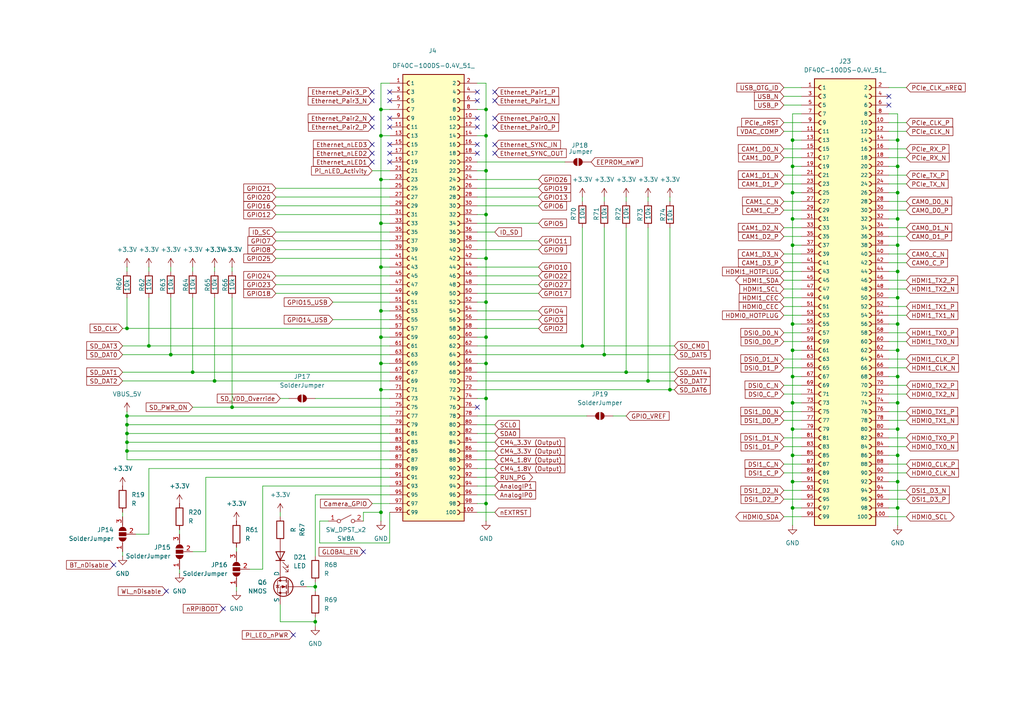
<source format=kicad_sch>
(kicad_sch (version 20250114) (generator "eeschema") (generator_version "9.0")
  (paper "A4")
  (junction (at 229.87 101.6))
  (junction (at 229.87 55.88))
  (junction (at 36.83 125.73))
  (junction (at 229.87 48.26))
  (junction (at 229.87 147.32))
  (junction (at 110.49 90.17))
  (junction (at 140.97 31.75))
  (junction (at 110.49 148.59))
  (junction (at 260.35 63.5))
  (junction (at 36.83 123.19))
  (junction (at 140.97 62.23))
  (junction (at 260.35 139.7))
  (junction (at 260.35 71.12))
  (junction (at 110.49 39.37))
  (junction (at 140.97 97.79))
  (junction (at 229.87 71.12))
  (junction (at 110.49 64.77))
  (junction (at 181.61 107.95))
  (junction (at 229.87 109.22))
  (junction (at 229.87 124.46))
  (junction (at 110.49 113.03))
  (junction (at 36.83 130.81))
  (junction (at 260.35 132.08))
  (junction (at 140.97 146.05))
  (junction (at 62.23 110.49))
  (junction (at 260.35 109.22))
  (junction (at 229.87 40.64))
  (junction (at 91.44 170.18))
  (junction (at 260.35 93.98))
  (junction (at 260.35 116.84))
  (junction (at 260.35 101.6))
  (junction (at 110.49 31.75))
  (junction (at 67.31 118.11))
  (junction (at 260.35 55.88))
  (junction (at 260.35 78.74))
  (junction (at 91.44 180.34))
  (junction (at 55.88 107.95))
  (junction (at 140.97 49.53))
  (junction (at 187.96 110.49))
  (junction (at 229.87 139.7))
  (junction (at 110.49 77.47))
  (junction (at 110.49 97.79))
  (junction (at 229.87 116.84))
  (junction (at 140.97 74.93))
  (junction (at 260.35 124.46))
  (junction (at 43.18 100.33))
  (junction (at 260.35 48.26))
  (junction (at 110.49 52.07))
  (junction (at 140.97 105.41))
  (junction (at 36.83 95.25))
  (junction (at 229.87 63.5))
  (junction (at 260.35 40.64))
  (junction (at 36.83 128.27))
  (junction (at 49.53 102.87))
  (junction (at 36.83 120.65))
  (junction (at 194.31 113.03))
  (junction (at 140.97 115.57))
  (junction (at 110.49 105.41))
  (junction (at 260.35 86.36))
  (junction (at 229.87 93.98))
  (junction (at 260.35 147.32))
  (junction (at 140.97 39.37))
  (junction (at 229.87 132.08))
  (junction (at 175.26 102.87))
  (junction (at 140.97 87.63))
  (junction (at 168.91 100.33))
  (no_connect (at 257.81 30.48))
  (no_connect (at 107.95 34.29))
  (no_connect (at 143.51 36.83))
  (no_connect (at 113.03 26.67))
  (no_connect (at 107.95 46.99))
  (no_connect (at 143.51 34.29))
  (no_connect (at 107.95 41.91))
  (no_connect (at 143.51 26.67))
  (no_connect (at 138.43 41.91))
  (no_connect (at 33.02 163.83))
  (no_connect (at 143.51 44.45))
  (no_connect (at 143.51 29.21))
  (no_connect (at 113.03 29.21))
  (no_connect (at 113.03 34.29))
  (no_connect (at 107.95 36.83))
  (no_connect (at 107.95 29.21))
  (no_connect (at 138.43 36.83))
  (no_connect (at 138.43 44.45))
  (no_connect (at 107.95 44.45))
  (no_connect (at 105.41 160.02))
  (no_connect (at 138.43 34.29))
  (no_connect (at 138.43 29.21))
  (no_connect (at 48.26 171.45))
  (no_connect (at 113.03 44.45))
  (no_connect (at 113.03 46.99))
  (no_connect (at 257.81 27.94))
  (no_connect (at 64.77 176.53))
  (no_connect (at 143.51 41.91))
  (no_connect (at 85.09 184.15))
  (no_connect (at 107.95 26.67))
  (no_connect (at 138.43 118.11))
  (no_connect (at 113.03 36.83))
  (no_connect (at 138.43 26.67))
  (no_connect (at 113.03 41.91))
  (wire (pts (xy 138.43 69.85) (xy 156.21 69.85)))
  (wire (pts (xy 229.87 48.26) (xy 232.41 48.26)))
  (wire (pts (xy 113.03 138.43) (xy 59.69 138.43)))
  (wire (pts (xy 175.26 66.04) (xy 175.26 102.87)))
  (wire (pts (xy 227.33 142.24) (xy 232.41 142.24)))
  (wire (pts (xy 35.56 110.49) (xy 62.23 110.49)))
  (wire (pts (xy 227.33 129.54) (xy 232.41 129.54)))
  (wire (pts (xy 35.56 160.02) (xy 35.56 161.29)))
  (wire (pts (xy 49.53 102.87) (xy 113.03 102.87)))
  (wire (pts (xy 156.21 57.15) (xy 138.43 57.15)))
  (wire (pts (xy 36.83 130.81) (xy 36.83 133.35)))
  (wire (pts (xy 262.89 96.52) (xy 257.81 96.52)))
  (wire (pts (xy 110.49 52.07) (xy 113.03 52.07)))
  (wire (pts (xy 257.81 109.22) (xy 260.35 109.22)))
  (wire (pts (xy 168.91 66.04) (xy 168.91 100.33)))
  (wire (pts (xy 110.49 24.13) (xy 113.03 24.13)))
  (wire (pts (xy 260.35 33.02) (xy 260.35 40.64)))
  (wire (pts (xy 138.43 146.05) (xy 140.97 146.05)))
  (wire (pts (xy 262.89 83.82) (xy 257.81 83.82)))
  (wire (pts (xy 227.33 50.8) (xy 232.41 50.8)))
  (wire (pts (xy 257.81 101.6) (xy 260.35 101.6)))
  (wire (pts (xy 227.33 45.72) (xy 232.41 45.72)))
  (wire (pts (xy 262.89 111.76) (xy 257.81 111.76)))
  (wire (pts (xy 260.35 101.6) (xy 260.35 109.22)))
  (wire (pts (xy 110.49 64.77) (xy 113.03 64.77)))
  (wire (pts (xy 91.44 180.34) (xy 91.44 181.61)))
  (wire (pts (xy 260.35 116.84) (xy 260.35 124.46)))
  (wire (pts (xy 262.89 91.44) (xy 257.81 91.44)))
  (wire (pts (xy 257.81 116.84) (xy 260.35 116.84)))
  (wire (pts (xy 227.33 60.96) (xy 232.41 60.96)))
  (wire (pts (xy 257.81 33.02) (xy 260.35 33.02)))
  (wire (pts (xy 257.81 86.36) (xy 260.35 86.36)))
  (wire (pts (xy 143.51 148.59) (xy 138.43 148.59)))
  (wire (pts (xy 138.43 24.13) (xy 140.97 24.13)))
  (wire (pts (xy 68.58 158.75) (xy 68.58 160.02)))
  (wire (pts (xy 138.43 62.23) (xy 140.97 62.23)))
  (wire (pts (xy 143.51 67.31) (xy 138.43 67.31)))
  (wire (pts (xy 227.33 73.66) (xy 232.41 73.66)))
  (wire (pts (xy 138.43 140.97) (xy 143.51 140.97)))
  (wire (pts (xy 175.26 102.87) (xy 195.58 102.87)))
  (wire (pts (xy 156.21 59.69) (xy 138.43 59.69)))
  (wire (pts (xy 262.89 43.18) (xy 257.81 43.18)))
  (wire (pts (xy 91.44 115.57) (xy 113.03 115.57)))
  (wire (pts (xy 138.43 102.87) (xy 175.26 102.87)))
  (wire (pts (xy 181.61 66.04) (xy 181.61 107.95)))
  (wire (pts (xy 187.96 57.15) (xy 187.96 58.42)))
  (wire (pts (xy 43.18 86.36) (xy 43.18 100.33)))
  (wire (pts (xy 36.83 123.19) (xy 113.03 123.19)))
  (wire (pts (xy 96.52 87.63) (xy 113.03 87.63)))
  (wire (pts (xy 260.35 86.36) (xy 260.35 78.74)))
  (wire (pts (xy 138.43 100.33) (xy 168.91 100.33)))
  (wire (pts (xy 262.89 68.58) (xy 257.81 68.58)))
  (wire (pts (xy 138.43 105.41) (xy 140.97 105.41)))
  (wire (pts (xy 43.18 77.47) (xy 43.18 78.74)))
  (wire (pts (xy 107.95 49.53) (xy 113.03 49.53)))
  (wire (pts (xy 110.49 105.41) (xy 110.49 113.03)))
  (wire (pts (xy 140.97 62.23) (xy 140.97 74.93)))
  (wire (pts (xy 138.43 107.95) (xy 181.61 107.95)))
  (wire (pts (xy 138.43 77.47) (xy 156.21 77.47)))
  (wire (pts (xy 257.81 93.98) (xy 260.35 93.98)))
  (wire (pts (xy 36.83 119.38) (xy 36.83 120.65)))
  (wire (pts (xy 138.43 82.55) (xy 156.21 82.55)))
  (wire (pts (xy 227.33 88.9) (xy 232.41 88.9)))
  (wire (pts (xy 143.51 130.81) (xy 138.43 130.81)))
  (wire (pts (xy 138.43 39.37) (xy 140.97 39.37)))
  (wire (pts (xy 168.91 100.33) (xy 195.58 100.33)))
  (wire (pts (xy 43.18 135.89) (xy 43.18 154.94)))
  (wire (pts (xy 91.44 179.07) (xy 91.44 180.34)))
  (wire (pts (xy 262.89 129.54) (xy 257.81 129.54)))
  (wire (pts (xy 62.23 77.47) (xy 62.23 78.74)))
  (wire (pts (xy 229.87 147.32) (xy 229.87 152.4)))
  (wire (pts (xy 140.97 87.63) (xy 140.97 97.79)))
  (wire (pts (xy 55.88 118.11) (xy 67.31 118.11)))
  (wire (pts (xy 229.87 147.32) (xy 232.41 147.32)))
  (wire (pts (xy 262.89 119.38) (xy 257.81 119.38)))
  (wire (pts (xy 36.83 123.19) (xy 36.83 125.73)))
  (wire (pts (xy 138.43 80.01) (xy 156.21 80.01)))
  (wire (pts (xy 81.28 180.34) (xy 91.44 180.34)))
  (wire (pts (xy 49.53 86.36) (xy 49.53 102.87)))
  (wire (pts (xy 36.83 125.73) (xy 113.03 125.73)))
  (wire (pts (xy 143.51 143.51) (xy 138.43 143.51)))
  (wire (pts (xy 262.89 104.14) (xy 257.81 104.14)))
  (wire (pts (xy 80.01 54.61) (xy 113.03 54.61)))
  (wire (pts (xy 229.87 124.46) (xy 229.87 132.08)))
  (wire (pts (xy 110.49 90.17) (xy 110.49 97.79)))
  (wire (pts (xy 257.81 48.26) (xy 260.35 48.26)))
  (wire (pts (xy 43.18 135.89) (xy 113.03 135.89)))
  (wire (pts (xy 262.89 99.06) (xy 257.81 99.06)))
  (wire (pts (xy 262.89 73.66) (xy 257.81 73.66)))
  (wire (pts (xy 229.87 139.7) (xy 229.87 147.32)))
  (wire (pts (xy 62.23 110.49) (xy 113.03 110.49)))
  (wire (pts (xy 80.01 59.69) (xy 113.03 59.69)))
  (wire (pts (xy 138.43 46.99) (xy 163.83 46.99)))
  (wire (pts (xy 138.43 110.49) (xy 187.96 110.49)))
  (wire (pts (xy 229.87 33.02) (xy 232.41 33.02)))
  (wire (pts (xy 260.35 55.88) (xy 260.35 63.5)))
  (wire (pts (xy 257.81 63.5) (xy 260.35 63.5)))
  (wire (pts (xy 194.31 66.04) (xy 194.31 113.03)))
  (wire (pts (xy 80.01 69.85) (xy 113.03 69.85)))
  (wire (pts (xy 140.97 74.93) (xy 140.97 87.63)))
  (wire (pts (xy 92.71 151.13) (xy 95.25 151.13)))
  (wire (pts (xy 138.43 90.17) (xy 156.21 90.17)))
  (wire (pts (xy 88.9 170.18) (xy 91.44 170.18)))
  (wire (pts (xy 257.81 40.64) (xy 260.35 40.64)))
  (wire (pts (xy 260.35 147.32) (xy 260.35 152.4)))
  (wire (pts (xy 229.87 93.98) (xy 229.87 101.6)))
  (wire (pts (xy 229.87 63.5) (xy 232.41 63.5)))
  (wire (pts (xy 229.87 116.84) (xy 229.87 124.46)))
  (wire (pts (xy 262.89 35.56) (xy 257.81 35.56)))
  (wire (pts (xy 138.43 31.75) (xy 140.97 31.75)))
  (wire (pts (xy 194.31 113.03) (xy 195.58 113.03)))
  (wire (pts (xy 35.56 107.95) (xy 55.88 107.95)))
  (wire (pts (xy 262.89 121.92) (xy 257.81 121.92)))
  (wire (pts (xy 227.33 106.68) (xy 232.41 106.68)))
  (wire (pts (xy 262.89 25.4) (xy 257.81 25.4)))
  (wire (pts (xy 138.43 113.03) (xy 194.31 113.03)))
  (wire (pts (xy 227.33 91.44) (xy 232.41 91.44)))
  (wire (pts (xy 110.49 77.47) (xy 110.49 90.17)))
  (wire (pts (xy 229.87 55.88) (xy 229.87 63.5)))
  (wire (pts (xy 227.33 114.3) (xy 232.41 114.3)))
  (wire (pts (xy 138.43 87.63) (xy 140.97 87.63)))
  (wire (pts (xy 260.35 71.12) (xy 260.35 78.74)))
  (wire (pts (xy 262.89 60.96) (xy 257.81 60.96)))
  (wire (pts (xy 138.43 97.79) (xy 140.97 97.79)))
  (wire (pts (xy 262.89 149.86) (xy 257.81 149.86)))
  (wire (pts (xy 49.53 77.47) (xy 49.53 78.74)))
  (wire (pts (xy 140.97 31.75) (xy 140.97 39.37)))
  (wire (pts (xy 227.33 53.34) (xy 232.41 53.34)))
  (wire (pts (xy 43.18 100.33) (xy 113.03 100.33)))
  (wire (pts (xy 140.97 49.53) (xy 140.97 62.23)))
  (wire (pts (xy 257.81 124.46) (xy 260.35 124.46)))
  (wire (pts (xy 138.43 120.65) (xy 170.18 120.65)))
  (wire (pts (xy 187.96 110.49) (xy 195.58 110.49)))
  (wire (pts (xy 257.81 147.32) (xy 260.35 147.32)))
  (wire (pts (xy 36.83 128.27) (xy 36.83 130.81)))
  (wire (pts (xy 36.83 95.25) (xy 113.03 95.25)))
  (wire (pts (xy 229.87 109.22) (xy 232.41 109.22)))
  (wire (pts (xy 227.33 43.18) (xy 232.41 43.18)))
  (wire (pts (xy 262.89 134.62) (xy 257.81 134.62)))
  (wire (pts (xy 260.35 109.22) (xy 260.35 116.84)))
  (wire (pts (xy 229.87 101.6) (xy 232.41 101.6)))
  (wire (pts (xy 80.01 57.15) (xy 113.03 57.15)))
  (wire (pts (xy 257.81 139.7) (xy 260.35 139.7)))
  (wire (pts (xy 227.33 137.16) (xy 232.41 137.16)))
  (wire (pts (xy 227.33 27.94) (xy 232.41 27.94)))
  (wire (pts (xy 262.89 114.3) (xy 257.81 114.3)))
  (wire (pts (xy 229.87 139.7) (xy 232.41 139.7)))
  (wire (pts (xy 262.89 45.72) (xy 257.81 45.72)))
  (wire (pts (xy 262.89 81.28) (xy 257.81 81.28)))
  (wire (pts (xy 260.35 86.36) (xy 260.35 93.98)))
  (wire (pts (xy 260.35 48.26) (xy 260.35 55.88)))
  (wire (pts (xy 52.07 165.1) (xy 52.07 166.37)))
  (wire (pts (xy 257.81 55.88) (xy 260.35 55.88)))
  (wire (pts (xy 110.49 31.75) (xy 110.49 39.37)))
  (wire (pts (xy 36.83 133.35) (xy 113.03 133.35)))
  (wire (pts (xy 156.21 54.61) (xy 138.43 54.61)))
  (wire (pts (xy 67.31 86.36) (xy 67.31 118.11)))
  (wire (pts (xy 229.87 40.64) (xy 232.41 40.64)))
  (wire (pts (xy 227.33 121.92) (xy 232.41 121.92)))
  (wire (pts (xy 229.87 40.64) (xy 229.87 48.26)))
  (wire (pts (xy 227.33 76.2) (xy 232.41 76.2)))
  (wire (pts (xy 138.43 74.93) (xy 140.97 74.93)))
  (wire (pts (xy 72.39 165.1) (xy 76.2 165.1)))
  (wire (pts (xy 81.28 115.57) (xy 83.82 115.57)))
  (wire (pts (xy 138.43 135.89) (xy 143.51 135.89)))
  (wire (pts (xy 175.26 57.15) (xy 175.26 58.42)))
  (wire (pts (xy 80.01 62.23) (xy 113.03 62.23)))
  (wire (pts (xy 80.01 82.55) (xy 113.03 82.55)))
  (wire (pts (xy 260.35 63.5) (xy 260.35 71.12)))
  (wire (pts (xy 227.33 96.52) (xy 232.41 96.52)))
  (wire (pts (xy 227.33 144.78) (xy 232.41 144.78)))
  (wire (pts (xy 143.51 123.19) (xy 138.43 123.19)))
  (wire (pts (xy 140.97 105.41) (xy 140.97 115.57)))
  (wire (pts (xy 81.28 148.59) (xy 81.28 149.86)))
  (wire (pts (xy 35.56 100.33) (xy 43.18 100.33)))
  (wire (pts (xy 260.35 124.46) (xy 260.35 132.08)))
  (wire (pts (xy 260.35 40.64) (xy 260.35 48.26)))
  (wire (pts (xy 107.95 146.05) (xy 113.03 146.05)))
  (wire (pts (xy 55.88 86.36) (xy 55.88 107.95)))
  (wire (pts (xy 260.35 139.7) (xy 260.35 147.32)))
  (wire (pts (xy 229.87 93.98) (xy 232.41 93.98)))
  (wire (pts (xy 143.51 128.27) (xy 138.43 128.27)))
  (wire (pts (xy 113.03 140.97) (xy 76.2 140.97)))
  (wire (pts (xy 262.89 38.1) (xy 257.81 38.1)))
  (wire (pts (xy 260.35 93.98) (xy 260.35 101.6)))
  (wire (pts (xy 140.97 97.79) (xy 140.97 105.41)))
  (wire (pts (xy 80.01 67.31) (xy 113.03 67.31)))
  (wire (pts (xy 35.56 95.25) (xy 36.83 95.25)))
  (wire (pts (xy 92.71 157.48) (xy 92.71 151.13)))
  (wire (pts (xy 110.49 97.79) (xy 110.49 105.41)))
  (wire (pts (xy 35.56 102.87) (xy 49.53 102.87)))
  (wire (pts (xy 105.41 148.59) (xy 110.49 148.59)))
  (wire (pts (xy 138.43 49.53) (xy 140.97 49.53)))
  (wire (pts (xy 36.83 77.47) (xy 36.83 78.74)))
  (wire (pts (xy 257.81 71.12) (xy 260.35 71.12)))
  (wire (pts (xy 36.83 128.27) (xy 113.03 128.27)))
  (wire (pts (xy 110.49 64.77) (xy 110.49 77.47)))
  (wire (pts (xy 140.97 115.57) (xy 140.97 146.05)))
  (wire (pts (xy 110.49 97.79) (xy 113.03 97.79)))
  (wire (pts (xy 229.87 33.02) (xy 229.87 40.64)))
  (wire (pts (xy 229.87 101.6) (xy 229.87 109.22)))
  (wire (pts (xy 227.33 68.58) (xy 232.41 68.58)))
  (wire (pts (xy 229.87 124.46) (xy 232.41 124.46)))
  (wire (pts (xy 110.49 113.03) (xy 113.03 113.03)))
  (wire (pts (xy 36.83 86.36) (xy 36.83 95.25)))
  (wire (pts (xy 229.87 55.88) (xy 232.41 55.88)))
  (wire (pts (xy 36.83 130.81) (xy 113.03 130.81)))
  (wire (pts (xy 227.33 58.42) (xy 232.41 58.42)))
  (wire (pts (xy 187.96 66.04) (xy 187.96 110.49)))
  (wire (pts (xy 227.33 86.36) (xy 232.41 86.36)))
  (wire (pts (xy 91.44 143.51) (xy 113.03 143.51)))
  (wire (pts (xy 91.44 143.51) (xy 91.44 161.29)))
  (wire (pts (xy 194.31 57.15) (xy 194.31 58.42)))
  (wire (pts (xy 91.44 168.91) (xy 91.44 170.18)))
  (wire (pts (xy 227.33 78.74) (xy 232.41 78.74)))
  (wire (pts (xy 262.89 50.8) (xy 257.81 50.8)))
  (wire (pts (xy 262.89 106.68) (xy 257.81 106.68)))
  (wire (pts (xy 138.43 95.25) (xy 156.21 95.25)))
  (wire (pts (xy 52.07 153.67) (xy 52.07 154.94)))
  (wire (pts (xy 36.83 125.73) (xy 36.83 128.27)))
  (wire (pts (xy 227.33 66.04) (xy 232.41 66.04)))
  (wire (pts (xy 227.33 35.56) (xy 232.41 35.56)))
  (wire (pts (xy 262.89 76.2) (xy 257.81 76.2)))
  (wire (pts (xy 35.56 148.59) (xy 35.56 149.86)))
  (wire (pts (xy 67.31 118.11) (xy 113.03 118.11)))
  (wire (pts (xy 262.89 88.9) (xy 257.81 88.9)))
  (wire (pts (xy 36.83 120.65) (xy 36.83 123.19)))
  (wire (pts (xy 80.01 72.39) (xy 113.03 72.39)))
  (wire (pts (xy 156.21 52.07) (xy 138.43 52.07)))
  (wire (pts (xy 59.69 138.43) (xy 59.69 160.02)))
  (wire (pts (xy 80.01 74.93) (xy 113.03 74.93)))
  (wire (pts (xy 227.33 99.06) (xy 232.41 99.06)))
  (wire (pts (xy 227.33 81.28) (xy 232.41 81.28)))
  (wire (pts (xy 140.97 146.05) (xy 140.97 151.13)))
  (wire (pts (xy 55.88 77.47) (xy 55.88 78.74)))
  (wire (pts (xy 257.81 132.08) (xy 260.35 132.08)))
  (wire (pts (xy 110.49 31.75) (xy 113.03 31.75)))
  (wire (pts (xy 138.43 115.57) (xy 140.97 115.57)))
  (wire (pts (xy 76.2 140.97) (xy 76.2 165.1)))
  (wire (pts (xy 62.23 86.36) (xy 62.23 110.49)))
  (wire (pts (xy 262.89 137.16) (xy 257.81 137.16)))
  (wire (pts (xy 227.33 38.1) (xy 232.41 38.1)))
  (wire (pts (xy 262.89 66.04) (xy 257.81 66.04)))
  (wire (pts (xy 229.87 71.12) (xy 232.41 71.12)))
  (wire (pts (xy 80.01 85.09) (xy 113.03 85.09)))
  (wire (pts (xy 39.37 154.94) (xy 43.18 154.94)))
  (wire (pts (xy 105.41 151.13) (xy 105.41 148.59)))
  (wire (pts (xy 110.49 24.13) (xy 110.49 31.75)))
  (wire (pts (xy 262.89 127) (xy 257.81 127)))
  (wire (pts (xy 229.87 71.12) (xy 229.87 93.98)))
  (wire (pts (xy 229.87 109.22) (xy 229.87 116.84)))
  (wire (pts (xy 143.51 133.35) (xy 138.43 133.35)))
  (wire (pts (xy 181.61 107.95) (xy 195.58 107.95)))
  (wire (pts (xy 55.88 107.95) (xy 113.03 107.95)))
  (wire (pts (xy 138.43 72.39) (xy 156.21 72.39)))
  (wire (pts (xy 138.43 138.43) (xy 143.51 138.43)))
  (wire (pts (xy 177.8 120.65) (xy 181.61 120.65)))
  (wire (pts (xy 229.87 132.08) (xy 229.87 139.7)))
  (wire (pts (xy 229.87 116.84) (xy 232.41 116.84)))
  (wire (pts (xy 140.97 39.37) (xy 140.97 49.53)))
  (wire (pts (xy 68.58 170.18) (xy 68.58 171.45)))
  (wire (pts (xy 227.33 134.62) (xy 232.41 134.62)))
  (wire (pts (xy 227.33 119.38) (xy 232.41 119.38)))
  (wire (pts (xy 113.03 157.48) (xy 92.71 157.48)))
  (wire (pts (xy 81.28 175.26) (xy 81.28 180.34)))
  (wire (pts (xy 227.33 30.48) (xy 232.41 30.48)))
  (wire (pts (xy 227.33 25.4) (xy 232.41 25.4)))
  (wire (pts (xy 227.33 104.14) (xy 232.41 104.14)))
  (wire (pts (xy 260.35 132.08) (xy 260.35 139.7)))
  (wire (pts (xy 110.49 77.47) (xy 113.03 77.47)))
  (wire (pts (xy 55.88 160.02) (xy 59.69 160.02)))
  (wire (pts (xy 80.01 80.01) (xy 113.03 80.01)))
  (wire (pts (xy 110.49 52.07) (xy 110.49 64.77)))
  (wire (pts (xy 110.49 90.17) (xy 113.03 90.17)))
  (wire (pts (xy 262.89 53.34) (xy 257.81 53.34)))
  (wire (pts (xy 143.51 125.73) (xy 138.43 125.73)))
  (wire (pts (xy 138.43 92.71) (xy 156.21 92.71)))
  (wire (pts (xy 110.49 39.37) (xy 110.49 52.07)))
  (wire (pts (xy 262.89 58.42) (xy 257.81 58.42)))
  (wire (pts (xy 168.91 57.15) (xy 168.91 58.42)))
  (wire (pts (xy 36.83 120.65) (xy 113.03 120.65)))
  (wire (pts (xy 229.87 132.08) (xy 232.41 132.08)))
  (wire (pts (xy 156.21 64.77) (xy 138.43 64.77)))
  (wire (pts (xy 96.52 92.71) (xy 113.03 92.71)))
  (wire (pts (xy 262.89 142.24) (xy 257.81 142.24)))
  (wire (pts (xy 91.44 170.18) (xy 91.44 171.45)))
  (wire (pts (xy 229.87 48.26) (xy 229.87 55.88)))
  (wire (pts (xy 227.33 149.86) (xy 232.41 149.86)))
  (wire (pts (xy 110.49 105.41) (xy 113.03 105.41)))
  (wire (pts (xy 110.49 39.37) (xy 113.03 39.37)))
  (wire (pts (xy 227.33 83.82) (xy 232.41 83.82)))
  (wire (pts (xy 110.49 148.59) (xy 110.49 151.13)))
  (wire (pts (xy 140.97 24.13) (xy 140.97 31.75)))
  (wire (pts (xy 229.87 63.5) (xy 229.87 71.12)))
  (wire (pts (xy 181.61 57.15) (xy 181.61 58.42)))
  (wire (pts (xy 113.03 148.59) (xy 113.03 157.48)))
  (wire (pts (xy 110.49 113.03) (xy 110.49 148.59)))
  (wire (pts (xy 257.81 78.74) (xy 260.35 78.74)))
  (wire (pts (xy 227.33 127) (xy 232.41 127)))
  (wire (pts (xy 138.43 85.09) (xy 156.21 85.09)))
  (wire (pts (xy 67.31 77.47) (xy 67.31 78.74)))
  (wire (pts (xy 227.33 111.76) (xy 232.41 111.76)))
  (wire (pts (xy 262.89 144.78) (xy 257.81 144.78)))
  (global_label "SD_DAT5" (shape input) (at 195.58 102.87 0) (property "Intersheetrefs" "${INTERSHEET_REFS}" (effects (hide yes))))
  (global_label "PCIe_RX_N" (shape input) (at 262.89 45.72 0) (property "Intersheetrefs" "${INTERSHEET_REFS}" (effects (hide yes))))
  (global_label "SD_DAT7" (shape input) (at 195.58 110.49 0) (property "Intersheetrefs" "${INTERSHEET_REFS}" (effects (hide yes))))
  (global_label "USB_P" (shape input) (at 227.33 30.48 180) (property "Intersheetrefs" "${INTERSHEET_REFS}" (effects (hide yes))))
  (global_label "SD_DAT6" (shape input) (at 195.58 113.03 0) (property "Intersheetrefs" "${INTERSHEET_REFS}" (effects (hide yes))))
  (global_label "Ethernet_Pair1_P" (shape input) (at 143.51 26.67 0) (property "Intersheetrefs" "${INTERSHEET_REFS}" (effects (hide yes))))
  (global_label "ID_SD" (shape input) (at 143.51 67.31 0) (property "Intersheetrefs" "${INTERSHEET_REFS}" (effects (hide yes))))
  (global_label "Ethernet_Pair3_N" (shape input) (at 107.95 29.21 180) (property "Intersheetrefs" "${INTERSHEET_REFS}" (effects (hide yes))))
  (global_label "SD_DAT1" (shape input) (at 35.56 107.95 180) (property "Intersheetrefs" "${INTERSHEET_REFS}" (effects (hide yes))))
  (global_label "nEXTRST" (shape input) (at 143.51 148.59 0) (property "Intersheetrefs" "${INTERSHEET_REFS}" (effects (hide yes))))
  (global_label "CAM1_D0_N" (shape input) (at 227.33 43.18 180) (property "Intersheetrefs" "${INTERSHEET_REFS}" (effects (hide yes))))
  (global_label "CAM0_C_P" (shape input) (at 262.89 76.2 0) (property "Intersheetrefs" "${INTERSHEET_REFS}" (effects (hide yes))))
  (global_label "CM4_3.3V (Output)" (shape input) (at 143.51 130.81 0) (property "Intersheetrefs" "${INTERSHEET_REFS}" (effects (hide yes))))
  (global_label "CAM1_D3_P" (shape input) (at 227.33 76.2 180) (property "Intersheetrefs" "${INTERSHEET_REFS}" (effects (hide yes))))
  (global_label "GPIO10" (shape input) (at 156.21 77.47 0) (property "Intersheetrefs" "${INTERSHEET_REFS}" (effects (hide yes))))
  (global_label "GPIO15_USB" (shape input) (at 96.52 87.63 180) (property "Intersheetrefs" "${INTERSHEET_REFS}" (effects (hide yes))))
  (global_label "HDMI1_CLK_N" (shape input) (at 262.89 106.68 0) (property "Intersheetrefs" "${INTERSHEET_REFS}" (effects (hide yes))))
  (global_label "GPIO26" (shape input) (at 156.21 52.07 0) (property "Intersheetrefs" "${INTERSHEET_REFS}" (effects (hide yes))))
  (global_label "GPIO17" (shape input) (at 156.21 85.09 0) (property "Intersheetrefs" "${INTERSHEET_REFS}" (effects (hide yes))))
  (global_label "USB_OTG_ID" (shape input) (at 227.33 25.4 180) (property "Intersheetrefs" "${INTERSHEET_REFS}" (effects (hide yes))))
  (global_label "HDMI1_SDA" (shape bidirectional) (at 227.33 81.28 180) (property "Intersheetrefs" "${INTERSHEET_REFS}" (effects (hide yes))))
  (global_label "DSI1_D1_P" (shape input) (at 227.33 129.54 180) (property "Intersheetrefs" "${INTERSHEET_REFS}" (effects (hide yes))))
  (global_label "DSI1_D3_N" (shape input) (at 262.89 142.24 0) (property "Intersheetrefs" "${INTERSHEET_REFS}" (effects (hide yes))))
  (global_label "GPIO21" (shape input) (at 80.01 54.61 180) (property "Intersheetrefs" "${INTERSHEET_REFS}" (effects (hide yes))))
  (global_label "GPIO16" (shape input) (at 80.01 59.69 180) (property "Intersheetrefs" "${INTERSHEET_REFS}" (effects (hide yes))))
  (global_label "HDMI0_SDA" (shape bidirectional) (at 227.33 149.86 180) (property "Intersheetrefs" "${INTERSHEET_REFS}" (effects (hide yes))))
  (global_label "GPIO5" (shape input) (at 156.21 64.77 0) (property "Intersheetrefs" "${INTERSHEET_REFS}" (effects (hide yes))))
  (global_label "GPIO6" (shape input) (at 156.21 59.69 0) (property "Intersheetrefs" "${INTERSHEET_REFS}" (effects (hide yes))))
  (global_label "CAM0_D1_P" (shape input) (at 262.89 68.58 0) (property "Intersheetrefs" "${INTERSHEET_REFS}" (effects (hide yes))))
  (global_label "CAM1_C_P" (shape input) (at 227.33 60.96 180) (property "Intersheetrefs" "${INTERSHEET_REFS}" (effects (hide yes))))
  (global_label "HDMI1_TX1_P" (shape input) (at 262.89 88.9 0) (property "Intersheetrefs" "${INTERSHEET_REFS}" (effects (hide yes))))
  (global_label "HDMI1_TX2_N" (shape input) (at 262.89 83.82 0) (property "Intersheetrefs" "${INTERSHEET_REFS}" (effects (hide yes))))
  (global_label "HDMI0_HOTPLUG" (shape input) (at 227.33 91.44 180) (property "Intersheetrefs" "${INTERSHEET_REFS}" (effects (hide yes))))
  (global_label "SD_DAT3" (shape input) (at 35.56 100.33 180) (property "Intersheetrefs" "${INTERSHEET_REFS}" (effects (hide yes))))
  (global_label "HDMI1_CLK_P" (shape input) (at 262.89 104.14 0) (property "Intersheetrefs" "${INTERSHEET_REFS}" (effects (hide yes))))
  (global_label "WL_nDisable" (shape input) (at 48.26 171.45 180) (property "Intersheetrefs" "${INTERSHEET_REFS}" (effects (hide yes))))
  (global_label "RUN_PG" (shape bidirectional) (at 143.51 138.43 0) (property "Intersheetrefs" "${INTERSHEET_REFS}" (effects (hide yes))))
  (global_label "PCIe_CLK_nREQ" (shape input) (at 262.89 25.4 0) (property "Intersheetrefs" "${INTERSHEET_REFS}" (effects (hide yes))))
  (global_label "Ethernet_Pair2_N" (shape input) (at 107.95 34.29 180) (property "Intersheetrefs" "${INTERSHEET_REFS}" (effects (hide yes))))
  (global_label "Ethernet_Pair0_N" (shape input) (at 143.51 34.29 0) (property "Intersheetrefs" "${INTERSHEET_REFS}" (effects (hide yes))))
  (global_label "GPIO24" (shape input) (at 80.01 80.01 180) (property "Intersheetrefs" "${INTERSHEET_REFS}" (effects (hide yes))))
  (global_label "PCIe_TX_N" (shape input) (at 262.89 53.34 0) (property "Intersheetrefs" "${INTERSHEET_REFS}" (effects (hide yes))))
  (global_label "Ethernet_SYNC_IN" (shape input) (at 143.51 41.91 0) (property "Intersheetrefs" "${INTERSHEET_REFS}" (effects (hide yes))))
  (global_label "GPIO19" (shape input) (at 156.21 54.61 0) (property "Intersheetrefs" "${INTERSHEET_REFS}" (effects (hide yes))))
  (global_label "Camera_GPIO" (shape input) (at 107.95 146.05 180) (property "Intersheetrefs" "${INTERSHEET_REFS}" (effects (hide yes))))
  (global_label "AnalogIP0" (shape input) (at 143.51 143.51 0) (property "Intersheetrefs" "${INTERSHEET_REFS}" (effects (hide yes))))
  (global_label "SD_VDD_Override" (shape input) (at 81.28 115.57 180) (property "Intersheetrefs" "${INTERSHEET_REFS}" (effects (hide yes))))
  (global_label "CAM1_D2_P" (shape input) (at 227.33 68.58 180) (property "Intersheetrefs" "${INTERSHEET_REFS}" (effects (hide yes))))
  (global_label "AnalogIP1" (shape input) (at 143.51 140.97 0) (property "Intersheetrefs" "${INTERSHEET_REFS}" (effects (hide yes))))
  (global_label "CAM0_D0_N" (shape input) (at 262.89 58.42 0) (property "Intersheetrefs" "${INTERSHEET_REFS}" (effects (hide yes))))
  (global_label "GPIO14_USB" (shape input) (at 96.52 92.71 180) (property "Intersheetrefs" "${INTERSHEET_REFS}" (effects (hide yes))))
  (global_label "HDMI0_TX1_N" (shape input) (at 262.89 121.92 0) (property "Intersheetrefs" "${INTERSHEET_REFS}" (effects (hide yes))))
  (global_label "GPIO11" (shape input) (at 156.21 69.85 0) (property "Intersheetrefs" "${INTERSHEET_REFS}" (effects (hide yes))))
  (global_label "Ethernet_Pair0_P" (shape input) (at 143.51 36.83 0) (property "Intersheetrefs" "${INTERSHEET_REFS}" (effects (hide yes))))
  (global_label "GLOBAL_EN" (shape input) (at 105.41 160.02 180) (property "Intersheetrefs" "${INTERSHEET_REFS}" (effects (hide yes))))
  (global_label "DSI1_C_P" (shape input) (at 227.33 137.16 180) (property "Intersheetrefs" "${INTERSHEET_REFS}" (effects (hide yes))))
  (global_label "GPIO12" (shape input) (at 80.01 62.23 180) (property "Intersheetrefs" "${INTERSHEET_REFS}" (effects (hide yes))))
  (global_label "HDMI0_CLK_P" (shape input) (at 262.89 134.62 0) (property "Intersheetrefs" "${INTERSHEET_REFS}" (effects (hide yes))))
  (global_label "DSI0_D1_N" (shape input) (at 227.33 104.14 180) (property "Intersheetrefs" "${INTERSHEET_REFS}" (effects (hide yes))))
  (global_label "PCIe_TX_P" (shape input) (at 262.89 50.8 0) (property "Intersheetrefs" "${INTERSHEET_REFS}" (effects (hide yes))))
  (global_label "HDMI1_TX2_P" (shape input) (at 262.89 81.28 0) (property "Intersheetrefs" "${INTERSHEET_REFS}" (effects (hide yes))))
  (global_label "HDMI0_CEC" (shape input) (at 227.33 88.9 180) (property "Intersheetrefs" "${INTERSHEET_REFS}" (effects (hide yes))))
  (global_label "DSI1_D2_P" (shape input) (at 227.33 144.78 180) (property "Intersheetrefs" "${INTERSHEET_REFS}" (effects (hide yes))))
  (global_label "CAM1_D1_N" (shape input) (at 227.33 50.8 180) (property "Intersheetrefs" "${INTERSHEET_REFS}" (effects (hide yes))))
  (global_label "SDA0" (shape input) (at 143.51 125.73 0) (property "Intersheetrefs" "${INTERSHEET_REFS}" (effects (hide yes))))
  (global_label "GPIO_VREF" (shape input) (at 181.61 120.65 0) (property "Intersheetrefs" "${INTERSHEET_REFS}" (effects (hide yes))))
  (global_label "GPIO3" (shape input) (at 156.21 92.71 0) (property "Intersheetrefs" "${INTERSHEET_REFS}" (effects (hide yes))))
  (global_label "GPIO27" (shape input) (at 156.21 82.55 0) (property "Intersheetrefs" "${INTERSHEET_REFS}" (effects (hide yes))))
  (global_label "HDMI1_TX1_N" (shape input) (at 262.89 91.44 0) (property "Intersheetrefs" "${INTERSHEET_REFS}" (effects (hide yes))))
  (global_label "HDMI1_TX0_N" (shape input) (at 262.89 99.06 0) (property "Intersheetrefs" "${INTERSHEET_REFS}" (effects (hide yes))))
  (global_label "SD_CMD" (shape input) (at 195.58 100.33 0) (property "Intersheetrefs" "${INTERSHEET_REFS}" (effects (hide yes))))
  (global_label "PCIe_CLK_N" (shape input) (at 262.89 38.1 0) (property "Intersheetrefs" "${INTERSHEET_REFS}" (effects (hide yes))))
  (global_label "GPIO18" (shape input) (at 80.01 85.09 180) (property "Intersheetrefs" "${INTERSHEET_REFS}" (effects (hide yes))))
  (global_label "GPIO22" (shape input) (at 156.21 80.01 0) (property "Intersheetrefs" "${INTERSHEET_REFS}" (effects (hide yes))))
  (global_label "HDMI1_TX0_P" (shape input) (at 262.89 96.52 0) (property "Intersheetrefs" "${INTERSHEET_REFS}" (effects (hide yes))))
  (global_label "SCL0" (shape input) (at 143.51 123.19 0) (property "Intersheetrefs" "${INTERSHEET_REFS}" (effects (hide yes))))
  (global_label "DSI0_D0_N" (shape input) (at 227.33 96.52 180) (property "Intersheetrefs" "${INTERSHEET_REFS}" (effects (hide yes))))
  (global_label "GPIO9" (shape input) (at 156.21 72.39 0) (property "Intersheetrefs" "${INTERSHEET_REFS}" (effects (hide yes))))
  (global_label "HDMI0_TX2_N" (shape input) (at 262.89 114.3 0) (property "Intersheetrefs" "${INTERSHEET_REFS}" (effects (hide yes))))
  (global_label "SD_DAT2" (shape input) (at 35.56 110.49 180) (property "Intersheetrefs" "${INTERSHEET_REFS}" (effects (hide yes))))
  (global_label "HDMI0_CLK_N" (shape input) (at 262.89 137.16 0) (property "Intersheetrefs" "${INTERSHEET_REFS}" (effects (hide yes))))
  (global_label "CAM0_D1_N" (shape input) (at 262.89 66.04 0) (property "Intersheetrefs" "${INTERSHEET_REFS}" (effects (hide yes))))
  (global_label "HDMI1_CEC" (shape input) (at 227.33 86.36 180) (property "Intersheetrefs" "${INTERSHEET_REFS}" (effects (hide yes))))
  (global_label "GPIO23" (shape input) (at 80.01 82.55 180) (property "Intersheetrefs" "${INTERSHEET_REFS}" (effects (hide yes))))
  (global_label "DSI1_D2_N" (shape input) (at 227.33 142.24 180) (property "Intersheetrefs" "${INTERSHEET_REFS}" (effects (hide yes))))
  (global_label "Ethernet_nLED3" (shape input) (at 107.95 41.91 180) (property "Intersheetrefs" "${INTERSHEET_REFS}" (effects (hide yes))))
  (global_label "GPIO4" (shape input) (at 156.21 90.17 0) (property "Intersheetrefs" "${INTERSHEET_REFS}" (effects (hide yes))))
  (global_label "SD_DAT4" (shape input) (at 195.58 107.95 0) (property "Intersheetrefs" "${INTERSHEET_REFS}" (effects (hide yes))))
  (global_label "SD_CLK" (shape input) (at 35.56 95.25 180) (property "Intersheetrefs" "${INTERSHEET_REFS}" (effects (hide yes))))
  (global_label "CAM1_D0_P" (shape input) (at 227.33 45.72 180) (property "Intersheetrefs" "${INTERSHEET_REFS}" (effects (hide yes))))
  (global_label "HDMI0_TX0_P" (shape input) (at 262.89 127 0) (property "Intersheetrefs" "${INTERSHEET_REFS}" (effects (hide yes))))
  (global_label "GPIO25" (shape input) (at 80.01 74.93 180) (property "Intersheetrefs" "${INTERSHEET_REFS}" (effects (hide yes))))
  (global_label "BT_nDisable" (shape input) (at 33.02 163.83 180) (property "Intersheetrefs" "${INTERSHEET_REFS}" (effects (hide yes))))
  (global_label "DSI1_C_N" (shape input) (at 227.33 134.62 180) (property "Intersheetrefs" "${INTERSHEET_REFS}" (effects (hide yes))))
  (global_label "HDMI1_HOTPLUG" (shape input) (at 227.33 78.74 180) (property "Intersheetrefs" "${INTERSHEET_REFS}" (effects (hide yes))))
  (global_label "CAM0_D0_P" (shape input) (at 262.89 60.96 0) (property "Intersheetrefs" "${INTERSHEET_REFS}" (effects (hide yes))))
  (global_label "CAM1_C_N" (shape input) (at 227.33 58.42 180) (property "Intersheetrefs" "${INTERSHEET_REFS}" (effects (hide yes))))
  (global_label "GPIO8" (shape input) (at 80.01 72.39 180) (property "Intersheetrefs" "${INTERSHEET_REFS}" (effects (hide yes))))
  (global_label "CAM1_D1_P" (shape input) (at 227.33 53.34 180) (property "Intersheetrefs" "${INTERSHEET_REFS}" (effects (hide yes))))
  (global_label "DSI1_D0_P" (shape input) (at 227.33 121.92 180) (property "Intersheetrefs" "${INTERSHEET_REFS}" (effects (hide yes))))
  (global_label "SD_PWR_ON" (shape input) (at 55.88 118.11 180) (property "Intersheetrefs" "${INTERSHEET_REFS}" (effects (hide yes))))
  (global_label "ID_SC" (shape input) (at 80.01 67.31 180) (property "Intersheetrefs" "${INTERSHEET_REFS}" (effects (hide yes))))
  (global_label "SD_DAT0" (shape input) (at 35.56 102.87 180) (property "Intersheetrefs" "${INTERSHEET_REFS}" (effects (hide yes))))
  (global_label "CM4_3.3V (Output)" (shape input) (at 143.51 128.27 0) (property "Intersheetrefs" "${INTERSHEET_REFS}" (effects (hide yes))))
  (global_label "GPIO13" (shape input) (at 156.21 57.15 0) (property "Intersheetrefs" "${INTERSHEET_REFS}" (effects (hide yes))))
  (global_label "CAM1_D3_N" (shape input) (at 227.33 73.66 180) (property "Intersheetrefs" "${INTERSHEET_REFS}" (effects (hide yes))))
  (global_label "DSI0_D0_P" (shape input) (at 227.33 99.06 180) (property "Intersheetrefs" "${INTERSHEET_REFS}" (effects (hide yes))))
  (global_label "Ethernet_SYNC_OUT" (shape input) (at 143.51 44.45 0) (property "Intersheetrefs" "${INTERSHEET_REFS}" (effects (hide yes))))
  (global_label "DSI0_D1_P" (shape input) (at 227.33 106.68 180) (property "Intersheetrefs" "${INTERSHEET_REFS}" (effects (hide yes))))
  (global_label "Ethernet_Pair3_P" (shape input) (at 107.95 26.67 180) (property "Intersheetrefs" "${INTERSHEET_REFS}" (effects (hide yes))))
  (global_label "Ethernet_Pair2_P" (shape input) (at 107.95 36.83 180) (property "Intersheetrefs" "${INTERSHEET_REFS}" (effects (hide yes))))
  (global_label "Ethernet_nLED2" (shape input) (at 107.95 44.45 180) (property "Intersheetrefs" "${INTERSHEET_REFS}" (effects (hide yes))))
  (global_label "EEPROM_nWP" (shape input) (at 171.45 46.99 0) (property "Intersheetrefs" "${INTERSHEET_REFS}" (effects (hide yes))))
  (global_label "PCIe_nRST" (shape input) (at 227.33 35.56 180) (property "Intersheetrefs" "${INTERSHEET_REFS}" (effects (hide yes))))
  (global_label "HDMI1_SCL" (shape input) (at 227.33 83.82 180) (property "Intersheetrefs" "${INTERSHEET_REFS}" (effects (hide yes))))
  (global_label "HDMI0_TX2_P" (shape input) (at 262.89 111.76 0) (property "Intersheetrefs" "${INTERSHEET_REFS}" (effects (hide yes))))
  (global_label "PCIe_CLK_P" (shape input) (at 262.89 35.56 0) (property "Intersheetrefs" "${INTERSHEET_REFS}" (effects (hide yes))))
  (global_label "DSI1_D0_N" (shape input) (at 227.33 119.38 180) (property "Intersheetrefs" "${INTERSHEET_REFS}" (effects (hide yes))))
  (global_label "GPIO20" (shape input) (at 80.01 57.15 180) (property "Intersheetrefs" "${INTERSHEET_REFS}" (effects (hide yes))))
  (global_label "HDMI0_TX1_P" (shape input) (at 262.89 119.38 0) (property "Intersheetrefs" "${INTERSHEET_REFS}" (effects (hide yes))))
  (global_label "PCIe_RX_P" (shape input) (at 262.89 43.18 0) (property "Intersheetrefs" "${INTERSHEET_REFS}" (effects (hide yes))))
  (global_label "nRPIBOOT" (shape input) (at 64.77 176.53 180) (property "Intersheetrefs" "${INTERSHEET_REFS}" (effects (hide yes))))
  (global_label "GPIO7" (shape input) (at 80.01 69.85 180) (property "Intersheetrefs" "${INTERSHEET_REFS}" (effects (hide yes))))
  (global_label "HDMI0_SCL" (shape bidirectional) (at 262.89 149.86 0) (property "Intersheetrefs" "${INTERSHEET_REFS}" (effects (hide yes))))
  (global_label "HDMI0_TX0_N" (shape input) (at 262.89 129.54 0) (property "Intersheetrefs" "${INTERSHEET_REFS}" (effects (hide yes))))
  (global_label "CM4_1.8V (Output)" (shape input) (at 143.51 135.89 0) (property "Intersheetrefs" "${INTERSHEET_REFS}" (effects (hide yes))))
  (global_label "Pi_nLED_Activity" (shape input) (at 107.95 49.53 180) (property "Intersheetrefs" "${INTERSHEET_REFS}" (effects (hide yes))))
  (global_label "CAM1_D2_N" (shape input) (at 227.33 66.04 180) (property "Intersheetrefs" "${INTERSHEET_REFS}" (effects (hide yes))))
  (global_label "DSI0_C_P" (shape input) (at 227.33 114.3 180) (property "Intersheetrefs" "${INTERSHEET_REFS}" (effects (hide yes))))
  (global_label "GPIO2" (shape input) (at 156.21 95.25 0) (property "Intersheetrefs" "${INTERSHEET_REFS}" (effects (hide yes))))
  (global_label "DSI0_C_N" (shape input) (at 227.33 111.76 180) (property "Intersheetrefs" "${INTERSHEET_REFS}" (effects (hide yes))))
  (global_label "DSI1_D1_N" (shape input) (at 227.33 127 180) (property "Intersheetrefs" "${INTERSHEET_REFS}" (effects (hide yes))))
  (global_label "DSI1_D3_P" (shape input) (at 262.89 144.78 0) (property "Intersheetrefs" "${INTERSHEET_REFS}" (effects (hide yes))))
  (global_label "CM4_1.8V (Output)" (shape input) (at 143.51 133.35 0) (property "Intersheetrefs" "${INTERSHEET_REFS}" (effects (hide yes))))
  (global_label "VDAC_COMP" (shape input) (at 227.33 38.1 180) (property "Intersheetrefs" "${INTERSHEET_REFS}" (effects (hide yes))))
  (global_label "Ethernet_Pair1_N" (shape input) (at 143.51 29.21 0) (property "Intersheetrefs" "${INTERSHEET_REFS}" (effects (hide yes))))
  (global_label "Ethernet_nLED1" (shape input) (at 107.95 46.99 180) (property "Intersheetrefs" "${INTERSHEET_REFS}" (effects (hide yes))))
  (global_label "PI_LED_nPWR" (shape input) (at 85.09 184.15 180) (property "Intersheetrefs" "${INTERSHEET_REFS}" (effects (hide yes))))
  (global_label "USB_N" (shape input) (at 227.33 27.94 180) (property "Intersheetrefs" "${INTERSHEET_REFS}" (effects (hide yes))))
  (global_label "CAM0_C_N" (shape input) (at 262.89 73.66 0) (property "Intersheetrefs" "${INTERSHEET_REFS}" (effects (hide yes))))
  (symbol (lib_id "power:GND") (at 140.97 151.13 0) (unit 1)
    (property "Reference" "#PWR0168" (effects (hide yes)))
    (property "Value" "GND" (at 140.97 156.21 0))
    (property "Description" "Power symbol creates a global label with name \"GND\" , ground" (effects (hide yes)))
  )
  (symbol (lib_id "Device:R") (at 52.07 149.86 180) (unit 1)
    (property "Reference" "R20" (at 54.61 148.5899 0) (effects (justify right)))
    (property "Value" "R" (at 54.61 151.1299 0) (effects (justify right)))
    (property "Description" "Resistor" (effects (hide yes)))
  )
  (symbol (lib_id "power:GND") (at 260.35 152.4 0) (unit 1)
    (property "Reference" "#PWR0208" (effects (hide yes)))
    (property "Value" "GND" (at 260.35 157.48 0))
    (property "Description" "Power symbol creates a global label with name \"GND\" , ground" (effects (hide yes)))
  )
  (symbol (lib_id "Simulation_SPICE:NMOS") (at 83.82 170.18 0) (mirror y) (unit 1)
    (property "Reference" "Q6" (at 77.47 168.9099 0) (effects (justify left)))
    (property "Value" "NMOS" (at 77.47 171.4499 0) (effects (justify left)))
    (property "Datasheet" "https://ngspice.sourceforge.io/docs/ngspice-html-manual/manual.xhtml#cha_MOSFETs" (effects (hide yes)))
    (property "Description" "N-MOSFET transistor, drain/source/gate" (effects (hide yes)))
    (property "Sim.Device" "NMOS" (effects (hide yes)))
    (property "Sim.Type" "VDMOS" (effects (hide yes)))
    (property "Sim.Pins" "1=D 2=G 3=S" (effects (hide yes)))
  )
  (symbol (lib_id "capstone_parts:DF40C-100DS-0.4V_51_") (at 125.73 85.09 0) (unit 1)
    (property "Reference" "J4" (at 125.476 14.732 0))
    (property "Value" "DF40C-100DS-0.4V_51_" (at 125.73 19.05 0))
    (property "Footprint" "DF40C-100DS-0.4V_51_:HIROSE_DF40C-100DS-0.4V_51_" (effects (hide yes)))
    (property "PARTREV" "Oct.1.2023" (effects (hide yes)))
    (property "STANDARD" "Manufacturer Recommendations" (effects (hide yes)))
    (property "MAXIMUM_PACKAGE_HEIGHT" "1.65mm" (effects (hide yes)))
    (property "MANUFACTURER" "Hirose" (effects (hide yes)))
  )
  (symbol (lib_id "Device:R") (at 49.53 82.55 180) (unit 1)
    (property "Reference" "R63" (at 47.244 84.582 90) (effects (justify right)))
    (property "Value" "10k" (at 49.53 84.328 90) (effects (justify right)))
    (property "Description" "Resistor" (effects (hide yes)))
  )
  (symbol (lib_id "Device:R") (at 67.31 82.55 180) (unit 1)
    (property "Reference" "R66" (at 65.278 84.582 90) (effects (justify right)))
    (property "Value" "10k" (at 67.31 84.328 90) (effects (justify right)))
    (property "Description" "Resistor" (effects (hide yes)))
  )
  (symbol (lib_id "power:+3.3V") (at 55.88 77.47 0) (unit 1)
    (property "Reference" "#PWR0163" (effects (hide yes)))
    (property "Value" "+3.3V" (at 55.88 72.39 0))
    (property "Description" "Power symbol creates a global label with name \"+3.3V\"" (effects (hide yes)))
  )
  (symbol (lib_id "Device:R") (at 43.18 82.55 180) (unit 1)
    (property "Reference" "R62" (at 41.148 84.582 90) (effects (justify right)))
    (property "Value" "10k" (at 43.18 84.328 90) (effects (justify right)))
    (property "Description" "Resistor" (effects (hide yes)))
  )
  (symbol (lib_id "Device:R") (at 181.61 62.23 180) (unit 1)
    (property "Reference" "R72" (at 179.324 64.008 90) (effects (justify right)))
    (property "Value" "10k" (at 181.61 63.754 90) (effects (justify right)))
    (property "Description" "Resistor" (effects (hide yes)))
  )
  (symbol (lib_id "Jumper:SolderJumper_2_Open") (at 167.64 46.99 180) (unit 1) (in_bom no)
    (property "Reference" "JP18" (at 168.148 42.164 0))
    (property "Value" "Jumper" (at 168.402 43.942 0))
    (property "Footprint" "Jumper:SolderJumper-2_P1.3mm_Open_RoundedPad1.0x1.5mm" (effects (hide yes)))
    (property "Description" "Solder Jumper, 2-pole, open" (effects (hide yes)))
  )
  (symbol (lib_id "Device:R") (at 62.23 82.55 180) (unit 1)
    (property "Reference" "R65" (at 60.198 84.582 90) (effects (justify right)))
    (property "Value" "10k" (at 62.23 84.328 90) (effects (justify right)))
    (property "Description" "Resistor" (effects (hide yes)))
  )
  (symbol (lib_id "Device:R") (at 55.88 82.55 180) (unit 1)
    (property "Reference" "R64" (at 53.848 84.582 90) (effects (justify right)))
    (property "Value" "10k" (at 55.88 84.328 90) (effects (justify right)))
    (property "Description" "Resistor" (effects (hide yes)))
  )
  (symbol (lib_id "Device:R") (at 91.44 165.1 0) (unit 1)
    (property "Reference" "R68" (at 93.98 163.8299 0) (effects (justify left)))
    (property "Value" "R" (at 93.98 166.3699 0) (effects (justify left)))
    (property "Description" "Resistor" (effects (hide yes)))
  )
  (symbol (lib_id "power:GND") (at 110.49 151.13 0) (unit 1)
    (property "Reference" "#PWR0167" (effects (hide yes)))
    (property "Value" "GND" (at 110.49 156.21 0))
    (property "Description" "Power symbol creates a global label with name \"GND\" , ground" (effects (hide yes)))
  )
  (symbol (lib_id "power:GND") (at 52.07 166.37 0) (unit 1)
    (property "Reference" "#PWR0157" (effects (hide yes)))
    (property "Value" "GND" (at 52.07 171.45 0))
    (property "Description" "Power symbol creates a global label with name \"GND\" , ground" (effects (hide yes)))
  )
  (symbol (lib_id "Device:R") (at 81.28 153.67 0) (mirror y) (unit 1)
    (property "Reference" "R67" (at 87.63 153.67 90))
    (property "Value" "R" (at 85.09 153.67 90))
    (property "Description" "Resistor" (effects (hide yes)))
  )
  (symbol (lib_id "capstone_parts:DF40C-100DS-0.4V_51_") (at 245.11 86.36 0) (unit 1)
    (property "Reference" "J23" (at 245.11 17.78 0))
    (property "Value" "DF40C-100DS-0.4V_51_" (at 245.11 20.32 0))
    (property "Footprint" "DF40C-100DS-0.4V_51_:HIROSE_DF40C-100DS-0.4V_51_" (effects (hide yes)))
    (property "PARTREV" "Oct.1.2023" (effects (hide yes)))
    (property "STANDARD" "Manufacturer Recommendations" (effects (hide yes)))
    (property "MAXIMUM_PACKAGE_HEIGHT" "1.65mm" (effects (hide yes)))
    (property "MANUFACTURER" "Hirose" (effects (hide yes)))
  )
  (symbol (lib_id "power:GND") (at 68.58 171.45 0) (unit 1)
    (property "Reference" "#PWR0160" (effects (hide yes)))
    (property "Value" "GND" (at 68.58 176.53 0))
    (property "Description" "Power symbol creates a global label with name \"GND\" , ground" (effects (hide yes)))
  )
  (symbol (lib_id "Device:R") (at 168.91 62.23 180) (unit 1)
    (property "Reference" "R70" (at 166.37 64.008 90) (effects (justify right)))
    (property "Value" "10k" (at 168.91 63.754 90) (effects (justify right)))
    (property "Description" "Resistor" (effects (hide yes)))
  )
  (symbol (lib_id "power:+3.3V") (at 187.96 57.15 0) (unit 1)
    (property "Reference" "#PWR0172" (effects (hide yes)))
    (property "Value" "+3.3V" (at 187.96 52.07 0))
    (property "Description" "Power symbol creates a global label with name \"+3.3V\"" (effects (hide yes)))
  )
  (symbol (lib_id "power:+3.3V") (at 194.31 57.15 0) (unit 1)
    (property "Reference" "#PWR0173" (effects (hide yes)))
    (property "Value" "+3.3V" (at 194.31 52.07 0))
    (property "Description" "Power symbol creates a global label with name \"+3.3V\"" (effects (hide yes)))
  )
  (symbol (lib_id "Device:R") (at 35.56 144.78 180) (unit 1)
    (property "Reference" "R19" (at 38.1 143.5099 0) (effects (justify right)))
    (property "Value" "R" (at 38.1 146.0499 0) (effects (justify right)))
    (property "Description" "Resistor" (effects (hide yes)))
  )
  (symbol (lib_id "Device:R") (at 68.58 154.94 180) (unit 1)
    (property "Reference" "R61" (at 71.12 153.6699 0) (effects (justify right)))
    (property "Value" "R" (at 71.12 156.2099 0) (effects (justify right)))
    (property "Description" "Resistor" (effects (hide yes)))
  )
  (symbol (lib_id "Device:R") (at 91.44 175.26 0) (unit 1)
    (property "Reference" "R69" (at 93.98 173.9899 0) (effects (justify left)))
    (property "Value" "R" (at 93.98 176.5299 0) (effects (justify left)))
    (property "Description" "Resistor" (effects (hide yes)))
  )
  (symbol (lib_id "Device:R") (at 187.96 62.23 180) (unit 1)
    (property "Reference" "R73" (at 185.674 64.262 90) (effects (justify right)))
    (property "Value" "10k" (at 187.96 63.754 90) (effects (justify right)))
    (property "Description" "Resistor" (effects (hide yes)))
  )
  (symbol (lib_id "Jumper:SolderJumper_2_Open") (at 87.63 115.57 180) (unit 1) (in_bom no)
    (property "Reference" "JP17" (at 87.63 109.22 0))
    (property "Value" "SolderJumper" (at 87.63 111.76 0))
    (property "Footprint" "Jumper:SolderJumper-2_P1.3mm_Open_RoundedPad1.0x1.5mm" (effects (hide yes)))
    (property "Description" "Solder Jumper, 2-pole, open" (effects (hide yes)))
  )
  (symbol (lib_id "power:GND") (at 229.87 152.4 0) (unit 1)
    (property "Reference" "#PWR0207" (effects (hide yes)))
    (property "Value" "GND" (at 229.87 157.48 0))
    (property "Description" "Power symbol creates a global label with name \"GND\" , ground" (effects (hide yes)))
  )
  (symbol (lib_id "power:+3.3V") (at 68.58 151.13 0) (unit 1)
    (property "Reference" "#PWR0159" (effects (hide yes)))
    (property "Value" "+3.3V" (at 68.58 146.05 0))
    (property "Description" "Power symbol creates a global label with name \"+3.3V\"" (effects (hide yes)))
  )
  (symbol (lib_id "power:GND") (at 91.44 181.61 0) (unit 1)
    (property "Reference" "#PWR0166" (effects (hide yes)))
    (property "Value" "GND" (at 91.44 186.69 0))
    (property "Description" "Power symbol creates a global label with name \"GND\" , ground" (effects (hide yes)))
  )
  (symbol (lib_id "Jumper:SolderJumper_2_Open") (at 173.99 120.65 180) (unit 1) (in_bom no)
    (property "Reference" "JP19" (at 173.99 114.3 0))
    (property "Value" "SolderJumper" (at 173.99 116.84 0))
    (property "Footprint" "Jumper:SolderJumper-2_P1.3mm_Open_RoundedPad1.0x1.5mm" (effects (hide yes)))
    (property "Description" "Solder Jumper, 2-pole, open" (effects (hide yes)))
  )
  (symbol (lib_id "power:+3.3V") (at 67.31 77.47 0) (unit 1)
    (property "Reference" "#PWR0165" (effects (hide yes)))
    (property "Value" "+3.3V" (at 67.31 72.39 0))
    (property "Description" "Power symbol creates a global label with name \"+3.3V\"" (effects (hide yes)))
  )
  (symbol (lib_id "power:+3.3V") (at 49.53 77.47 0) (unit 1)
    (property "Reference" "#PWR0162" (effects (hide yes)))
    (property "Value" "+3.3V" (at 49.53 72.39 0))
    (property "Description" "Power symbol creates a global label with name \"+3.3V\"" (effects (hide yes)))
  )
  (symbol (lib_id "power:+3.3V") (at 36.83 119.38 0) (unit 1)
    (property "Reference" "#PWR0153" (effects (hide yes)))
    (property "Value" "VBUS_5V" (at 36.83 114.3 0))
    (property "Description" "Power symbol creates a global label with name \"+3.3V\"" (effects (hide yes)))
  )
  (symbol (lib_id "Jumper:SolderJumper_3_Open") (at 68.58 165.1 90) (unit 1) (in_bom no)
    (property "Reference" "JP16" (at 66.04 163.8299 90) (effects (justify left)))
    (property "Value" "SolderJumper" (at 66.04 166.3699 90) (effects (justify left)))
    (property "Footprint" "rJumper:SolderJumper-3_P1.3mm_Open_RoundedPad1.0x1.5mm" (effects (hide yes)))
    (property "Description" "Solder Jumper, 3-pole, open" (effects (hide yes)))
  )
  (symbol (lib_id "Device:LED") (at 81.28 161.29 90) (unit 1)
    (property "Reference" "D21" (at 85.09 161.6074 90) (effects (justify right)))
    (property "Value" "LED" (at 85.09 164.1474 90) (effects (justify right)))
    (property "Description" "Light emitting diode" (effects (hide yes)))
    (property "Sim.Pins" "1=K 2=A" (effects (hide yes)))
  )
  (symbol (lib_id "power:+3.3V") (at 36.83 77.47 0) (unit 1)
    (property "Reference" "#PWR0158" (effects (hide yes)))
    (property "Value" "+3.3V" (at 36.83 72.39 0))
    (property "Description" "Power symbol creates a global label with name \"+3.3V\"" (effects (hide yes)))
  )
  (symbol (lib_id "Jumper:SolderJumper_3_Open") (at 35.56 154.94 90) (unit 1) (in_bom no)
    (property "Reference" "JP14" (at 33.02 153.6699 90) (effects (justify left)))
    (property "Value" "SolderJumper" (at 33.02 156.2099 90) (effects (justify left)))
    (property "Footprint" "rJumper:SolderJumper-3_P1.3mm_Open_RoundedPad1.0x1.5mm" (effects (hide yes)))
    (property "Description" "Solder Jumper, 3-pole, open" (effects (hide yes)))
  )
  (symbol (lib_id "Switch:SW_DPST_x2") (at 100.33 151.13 0) (unit 1)
    (property "Reference" "SW8" (at 100.33 156.21 0))
    (property "Value" "SW_DPST_x2" (at 100.33 153.67 0))
    (property "Description" "Single Pole Single Throw (SPST) switch, separate symbol" (effects (hide yes)))
  )
  (symbol (lib_id "power:+3.3V") (at 52.07 146.05 0) (unit 1)
    (property "Reference" "#PWR0156" (effects (hide yes)))
    (property "Value" "+3.3V" (at 52.07 140.97 0))
    (property "Description" "Power symbol creates a global label with name \"+3.3V\"" (effects (hide yes)))
  )
  (symbol (lib_id "power:+3.3V") (at 35.56 140.97 0) (unit 1)
    (property "Reference" "#PWR0154" (effects (hide yes)))
    (property "Value" "+3.3V" (at 35.56 135.89 0))
    (property "Description" "Power symbol creates a global label with name \"+3.3V\"" (effects (hide yes)))
  )
  (symbol (lib_id "Jumper:SolderJumper_3_Open") (at 52.07 160.02 90) (unit 1) (in_bom no)
    (property "Reference" "JP15" (at 49.53 158.7499 90) (effects (justify left)))
    (property "Value" "SolderJumper" (at 49.53 161.2899 90) (effects (justify left)))
    (property "Footprint" "rJumper:SolderJumper-3_P1.3mm_Open_RoundedPad1.0x1.5mm" (effects (hide yes)))
    (property "Description" "Solder Jumper, 3-pole, open" (effects (hide yes)))
  )
  (symbol (lib_id "power:GND") (at 35.56 161.29 0) (unit 1)
    (property "Reference" "#PWR0155" (effects (hide yes)))
    (property "Value" "GND" (at 35.56 166.37 0))
    (property "Description" "Power symbol creates a global label with name \"GND\" , ground" (effects (hide yes)))
  )
  (symbol (lib_id "power:+3.3V") (at 43.18 77.47 0) (unit 1)
    (property "Reference" "#PWR0161" (effects (hide yes)))
    (property "Value" "+3.3V" (at 43.18 72.39 0))
    (property "Description" "Power symbol creates a global label with name \"+3.3V\"" (effects (hide yes)))
  )
  (symbol (lib_id "power:+3.3V") (at 81.28 148.59 0) (unit 1)
    (property "Reference" "#PWR018" (effects (hide yes)))
    (property "Value" "+3.3V" (at 81.28 143.51 0))
    (property "Description" "Power symbol creates a global label with name \"+3.3V\"" (effects (hide yes)))
  )
  (symbol (lib_id "Device:R") (at 194.31 62.23 180) (unit 1)
    (property "Reference" "R74" (at 192.278 64.262 90) (effects (justify right)))
    (property "Value" "10k" (at 194.31 64.262 90) (effects (justify right)))
    (property "Description" "Resistor" (effects (hide yes)))
  )
  (symbol (lib_id "power:+3.3V") (at 62.23 77.47 0) (unit 1)
    (property "Reference" "#PWR0164" (effects (hide yes)))
    (property "Value" "+3.3V" (at 62.23 72.39 0))
    (property "Description" "Power symbol creates a global label with name \"+3.3V\"" (effects (hide yes)))
  )
  (symbol (lib_id "Device:R") (at 36.83 82.55 180) (unit 1)
    (property "Reference" "R60" (at 34.544 84.328 90) (effects (justify right)))
    (property "Value" "10k" (at 36.83 84.582 90) (effects (justify right)))
    (property "Description" "Resistor" (effects (hide yes)))
  )
  (symbol (lib_id "power:+3.3V") (at 175.26 57.15 0) (unit 1)
    (property "Reference" "#PWR0170" (effects (hide yes)))
    (property "Value" "+3.3V" (at 175.26 52.07 0))
    (property "Description" "Power symbol creates a global label with name \"+3.3V\"" (effects (hide yes)))
  )
  (symbol (lib_id "Device:R") (at 175.26 62.23 180) (unit 1)
    (property "Reference" "R71" (at 172.974 64.008 90) (effects (justify right)))
    (property "Value" "10k" (at 175.26 63.754 90) (effects (justify right)))
    (property "Description" "Resistor" (effects (hide yes)))
  )
  (symbol (lib_id "power:+3.3V") (at 181.61 57.15 0) (unit 1)
    (property "Reference" "#PWR0171" (effects (hide yes)))
    (property "Value" "+3.3V" (at 181.61 52.07 0))
    (property "Description" "Power symbol creates a global label with name \"+3.3V\"" (effects (hide yes)))
  )
  (symbol (lib_id "power:+3.3V") (at 168.91 57.15 0) (unit 1)
    (property "Reference" "#PWR0169" (effects (hide yes)))
    (property "Value" "+3.3V" (at 168.91 52.07 0))
    (property "Description" "Power symbol creates a global label with name \"+3.3V\"" (effects (hide yes)))
  )
)
</source>
